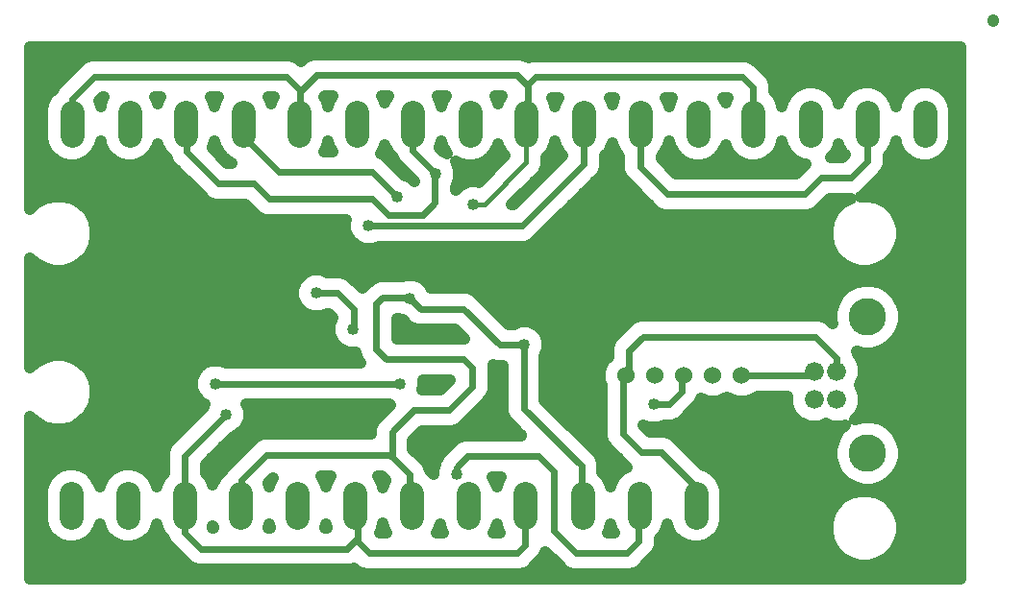
<source format=gbl>
G75*
%MOIN*%
%OFA0B0*%
%FSLAX25Y25*%
%IPPOS*%
%LPD*%
%AMOC8*
5,1,8,0,0,1.08239X$1,22.5*
%
%ADD10C,0.06600*%
%ADD11C,0.13000*%
%ADD12C,0.06000*%
%ADD13C,0.08250*%
%ADD14C,0.04000*%
%ADD15C,0.02400*%
%ADD16C,0.01000*%
%ADD17C,0.01600*%
%ADD18C,0.04000*%
D10*
X0280869Y0071346D03*
X0288669Y0071346D03*
X0288669Y0081189D03*
X0280869Y0081189D03*
D11*
X0299369Y0099968D03*
X0299369Y0052568D03*
D12*
X0255638Y0079654D03*
X0245638Y0079654D03*
X0235638Y0079654D03*
X0225638Y0079654D03*
X0215638Y0079654D03*
D13*
X0220126Y0038621D02*
X0220126Y0030371D01*
X0239811Y0030371D02*
X0239811Y0038621D01*
X0200441Y0038621D02*
X0200441Y0030371D01*
X0180598Y0030371D02*
X0180598Y0038621D01*
X0160913Y0038621D02*
X0160913Y0030371D01*
X0141228Y0030371D02*
X0141228Y0038621D01*
X0121386Y0038621D02*
X0121386Y0030371D01*
X0101701Y0030371D02*
X0101701Y0038621D01*
X0082016Y0038621D02*
X0082016Y0030371D01*
X0062646Y0030371D02*
X0062646Y0038621D01*
X0042961Y0038621D02*
X0042961Y0030371D01*
X0023276Y0030371D02*
X0023276Y0038621D01*
X0023433Y0162930D02*
X0023433Y0171180D01*
X0043433Y0171180D02*
X0043433Y0162930D01*
X0062882Y0162930D02*
X0062882Y0171180D01*
X0082882Y0171180D02*
X0082882Y0162930D01*
X0102331Y0162930D02*
X0102331Y0171180D01*
X0122331Y0171180D02*
X0122331Y0162930D01*
X0141583Y0162930D02*
X0141583Y0171180D01*
X0161583Y0171180D02*
X0161583Y0162930D01*
X0180953Y0162930D02*
X0180953Y0171180D01*
X0200953Y0171180D02*
X0200953Y0162930D01*
X0220520Y0162930D02*
X0220520Y0171180D01*
X0240520Y0171180D02*
X0240520Y0162930D01*
X0259693Y0162930D02*
X0259693Y0171180D01*
X0279693Y0171180D02*
X0279693Y0162930D01*
X0299063Y0162930D02*
X0299063Y0171180D01*
X0319063Y0171180D02*
X0319063Y0162930D01*
D14*
X0180300Y0090300D03*
X0140700Y0106500D03*
X0120900Y0095700D03*
X0108300Y0108300D03*
X0126300Y0131700D03*
X0136200Y0141600D03*
X0149700Y0149700D03*
X0162646Y0139024D03*
X0137100Y0076800D03*
X0156900Y0045300D03*
X0225300Y0069600D03*
X0076800Y0066000D03*
X0073200Y0076800D03*
D15*
X0137100Y0076800D01*
X0132528Y0085283D02*
X0128984Y0088827D01*
X0128984Y0104575D01*
X0131150Y0106740D01*
X0140460Y0106740D01*
X0140700Y0106500D01*
X0144397Y0102803D01*
X0159299Y0102803D01*
X0171802Y0090300D01*
X0180300Y0090300D01*
X0180165Y0090165D01*
X0180165Y0068157D01*
X0200100Y0048223D01*
X0200100Y0034500D01*
X0200437Y0034500D01*
X0200441Y0034496D01*
X0190402Y0025835D02*
X0198276Y0017961D01*
X0215992Y0017961D01*
X0219929Y0021898D01*
X0219929Y0034299D01*
X0220126Y0034496D01*
X0239700Y0034500D02*
X0239704Y0034496D01*
X0239811Y0034496D01*
X0239700Y0034500D02*
X0239700Y0041103D01*
X0227803Y0053000D01*
X0220913Y0053000D01*
X0214417Y0059496D01*
X0214417Y0078433D01*
X0215638Y0079654D01*
X0216583Y0080598D01*
X0216583Y0088236D01*
X0221504Y0093157D01*
X0281346Y0093157D01*
X0288669Y0085835D01*
X0288669Y0081189D01*
X0280869Y0081189D02*
X0279334Y0079654D01*
X0255638Y0079654D01*
X0235638Y0079654D02*
X0234890Y0078906D01*
X0234890Y0074063D01*
X0230427Y0069600D01*
X0225300Y0069600D01*
X0190402Y0046307D02*
X0190402Y0025835D01*
X0180598Y0020559D02*
X0178000Y0017961D01*
X0126425Y0017961D01*
X0122488Y0021898D01*
X0122488Y0023276D01*
X0118748Y0019535D01*
X0068157Y0019535D01*
X0062646Y0025047D01*
X0062646Y0034496D01*
X0062646Y0051846D01*
X0076800Y0066000D01*
X0090992Y0052016D02*
X0133709Y0052016D01*
X0134496Y0051228D01*
X0134496Y0060087D01*
X0141976Y0067567D01*
X0154181Y0067567D01*
X0162252Y0075638D01*
X0162252Y0082331D01*
X0159299Y0085283D01*
X0132528Y0085283D01*
X0121110Y0095910D02*
X0120900Y0095700D01*
X0121110Y0095910D02*
X0121110Y0102803D01*
X0115613Y0108300D01*
X0108300Y0108300D01*
X0126300Y0131700D02*
X0179535Y0131700D01*
X0201031Y0153197D01*
X0201031Y0166976D01*
X0200953Y0167055D01*
X0220520Y0167055D02*
X0220520Y0152016D01*
X0229969Y0142567D01*
X0277606Y0142567D01*
X0283315Y0148276D01*
X0293551Y0148276D01*
X0299260Y0153984D01*
X0299260Y0166858D01*
X0299063Y0167055D01*
X0259693Y0167055D02*
X0259693Y0179575D01*
X0255953Y0183315D01*
X0184299Y0183315D01*
X0181346Y0180362D01*
X0181543Y0180165D01*
X0181543Y0167646D01*
X0180953Y0167055D01*
X0181346Y0180362D02*
X0177803Y0183906D01*
X0108315Y0183906D01*
X0102606Y0178197D01*
X0102606Y0167331D01*
X0102331Y0167055D01*
X0102606Y0178197D02*
X0102606Y0178787D01*
X0097882Y0183512D01*
X0031346Y0183512D01*
X0023433Y0175598D01*
X0023433Y0167055D01*
X0062882Y0167055D02*
X0063137Y0166800D01*
X0063300Y0166800D01*
X0063300Y0157267D01*
X0074260Y0146307D01*
X0086465Y0146307D01*
X0091780Y0140992D01*
X0127606Y0140992D01*
X0133118Y0135480D01*
X0145126Y0135480D01*
X0149260Y0139614D01*
X0149260Y0149260D01*
X0149700Y0149700D01*
X0141583Y0157817D01*
X0141583Y0167055D01*
X0127556Y0150244D02*
X0136200Y0141600D01*
X0127556Y0150244D02*
X0095323Y0150244D01*
X0083100Y0162467D01*
X0083100Y0166837D01*
X0082882Y0167055D01*
X0090992Y0052016D02*
X0082200Y0043224D01*
X0082200Y0034500D01*
X0082196Y0034496D01*
X0082016Y0034496D01*
X0121386Y0034496D02*
X0122488Y0033394D01*
X0122488Y0023276D01*
X0140402Y0035323D02*
X0141228Y0034496D01*
X0140402Y0035323D02*
X0140402Y0045323D01*
X0134496Y0051228D01*
X0156900Y0047845D02*
X0156900Y0045300D01*
X0156900Y0047845D02*
X0160677Y0051622D01*
X0185087Y0051622D01*
X0190402Y0046307D01*
X0180598Y0034496D02*
X0180598Y0020559D01*
D16*
X0215638Y0079654D02*
X0216300Y0079500D01*
D17*
X0166386Y0139024D02*
X0162646Y0139024D01*
X0166386Y0139024D02*
X0180953Y0153591D01*
X0180953Y0167055D01*
D18*
X0009000Y0065385D02*
X0009000Y0009000D01*
X0331646Y0009000D01*
X0331646Y0193850D01*
X0009000Y0193850D01*
X0009000Y0137465D01*
X0010834Y0139299D01*
X0013773Y0140996D01*
X0017051Y0141874D01*
X0020445Y0141874D01*
X0023723Y0140996D01*
X0026663Y0139299D01*
X0029062Y0136899D01*
X0030759Y0133960D01*
X0031638Y0130681D01*
X0031638Y0127287D01*
X0030759Y0124009D01*
X0029062Y0121070D01*
X0026663Y0118670D01*
X0023723Y0116973D01*
X0020445Y0116094D01*
X0017051Y0116094D01*
X0013773Y0116973D01*
X0010834Y0118670D01*
X0009000Y0120503D01*
X0009000Y0082347D01*
X0010834Y0084181D01*
X0013773Y0085877D01*
X0017051Y0086756D01*
X0020445Y0086756D01*
X0023723Y0085877D01*
X0026663Y0084181D01*
X0029062Y0081781D01*
X0030759Y0078841D01*
X0031638Y0075563D01*
X0031638Y0072169D01*
X0030759Y0068891D01*
X0029062Y0065952D01*
X0026663Y0063552D01*
X0023723Y0061855D01*
X0020445Y0060976D01*
X0017051Y0060976D01*
X0013773Y0061855D01*
X0010834Y0063552D01*
X0009000Y0065385D01*
X0009000Y0062978D02*
X0011828Y0062978D01*
X0009000Y0058979D02*
X0059597Y0058979D01*
X0056542Y0055924D02*
X0055446Y0053278D01*
X0055446Y0045740D01*
X0054543Y0044838D01*
X0053210Y0042529D01*
X0052803Y0041009D01*
X0052396Y0042529D01*
X0051063Y0044838D01*
X0049178Y0046723D01*
X0046869Y0048056D01*
X0044294Y0048746D01*
X0041628Y0048746D01*
X0039052Y0048056D01*
X0036744Y0046723D01*
X0034858Y0044838D01*
X0033525Y0042529D01*
X0033118Y0041009D01*
X0032711Y0042529D01*
X0031378Y0044838D01*
X0029493Y0046723D01*
X0027184Y0048056D01*
X0024609Y0048746D01*
X0021943Y0048746D01*
X0019367Y0048056D01*
X0017059Y0046723D01*
X0015173Y0044838D01*
X0013840Y0042529D01*
X0013150Y0039954D01*
X0013150Y0029038D01*
X0013840Y0026463D01*
X0015173Y0024154D01*
X0017059Y0022269D01*
X0019367Y0020936D01*
X0021943Y0020246D01*
X0024609Y0020246D01*
X0027184Y0020936D01*
X0029493Y0022269D01*
X0031378Y0024154D01*
X0032711Y0026463D01*
X0033118Y0027983D01*
X0033525Y0026463D01*
X0034858Y0024154D01*
X0036744Y0022269D01*
X0039052Y0020936D01*
X0041628Y0020246D01*
X0044294Y0020246D01*
X0046869Y0020936D01*
X0049178Y0022269D01*
X0051063Y0024154D01*
X0052396Y0026463D01*
X0052803Y0027983D01*
X0053210Y0026463D01*
X0054543Y0024154D01*
X0055703Y0022995D01*
X0056542Y0020969D01*
X0062054Y0015457D01*
X0064079Y0013432D01*
X0066725Y0012335D01*
X0120180Y0012335D01*
X0121374Y0012830D01*
X0122347Y0011857D01*
X0124993Y0010761D01*
X0179432Y0010761D01*
X0182078Y0011857D01*
X0184104Y0013882D01*
X0186702Y0016481D01*
X0187543Y0018511D01*
X0192172Y0013882D01*
X0194197Y0011857D01*
X0196843Y0010761D01*
X0217424Y0010761D01*
X0220071Y0011857D01*
X0224008Y0015794D01*
X0226033Y0017819D01*
X0227129Y0020465D01*
X0227129Y0023055D01*
X0228228Y0024154D01*
X0229561Y0026463D01*
X0229968Y0027983D01*
X0230376Y0026463D01*
X0231709Y0024154D01*
X0233594Y0022269D01*
X0235903Y0020936D01*
X0238478Y0020246D01*
X0241144Y0020246D01*
X0243719Y0020936D01*
X0246028Y0022269D01*
X0247913Y0024154D01*
X0249246Y0026463D01*
X0249936Y0029038D01*
X0249936Y0039954D01*
X0249246Y0042529D01*
X0247913Y0044838D01*
X0246028Y0046723D01*
X0243719Y0048056D01*
X0242640Y0048346D01*
X0233907Y0057078D01*
X0231882Y0059104D01*
X0229235Y0060200D01*
X0223896Y0060200D01*
X0221638Y0062458D01*
X0223709Y0061600D01*
X0226891Y0061600D01*
X0228823Y0062400D01*
X0231859Y0062400D01*
X0234505Y0063496D01*
X0238968Y0067959D01*
X0240994Y0069985D01*
X0241648Y0071565D01*
X0243848Y0070654D01*
X0247428Y0070654D01*
X0250638Y0071983D01*
X0253848Y0070654D01*
X0257428Y0070654D01*
X0260736Y0072024D01*
X0261166Y0072454D01*
X0271569Y0072454D01*
X0271569Y0069497D01*
X0272985Y0066078D01*
X0275601Y0063462D01*
X0279019Y0062046D01*
X0282719Y0062046D01*
X0284769Y0062896D01*
X0286819Y0062046D01*
X0290519Y0062046D01*
X0291631Y0062507D01*
X0289367Y0060243D01*
X0287721Y0057393D01*
X0286869Y0054213D01*
X0286869Y0050922D01*
X0287721Y0047743D01*
X0289367Y0044893D01*
X0291694Y0042565D01*
X0294544Y0040920D01*
X0297724Y0040068D01*
X0301015Y0040068D01*
X0304194Y0040920D01*
X0307044Y0042565D01*
X0309372Y0044893D01*
X0311017Y0047743D01*
X0311869Y0050922D01*
X0311869Y0054213D01*
X0311017Y0057393D01*
X0309372Y0060243D01*
X0307044Y0062570D01*
X0304194Y0064216D01*
X0301015Y0065068D01*
X0297724Y0065068D01*
X0294744Y0064269D01*
X0296553Y0066078D01*
X0297969Y0069497D01*
X0297969Y0073196D01*
X0296697Y0076268D01*
X0297969Y0079339D01*
X0297969Y0083039D01*
X0296553Y0086457D01*
X0295869Y0087141D01*
X0295869Y0087267D01*
X0295544Y0088052D01*
X0297724Y0087468D01*
X0301015Y0087468D01*
X0304194Y0088320D01*
X0307044Y0089965D01*
X0309372Y0092293D01*
X0311017Y0095143D01*
X0311869Y0098322D01*
X0311869Y0101613D01*
X0311017Y0104793D01*
X0309372Y0107643D01*
X0307044Y0109970D01*
X0304194Y0111616D01*
X0301015Y0112468D01*
X0297724Y0112468D01*
X0294544Y0111616D01*
X0291694Y0109970D01*
X0289367Y0107643D01*
X0287721Y0104793D01*
X0286869Y0101613D01*
X0286869Y0098322D01*
X0287054Y0097632D01*
X0285425Y0099261D01*
X0282779Y0100357D01*
X0220072Y0100357D01*
X0217425Y0099261D01*
X0212504Y0094340D01*
X0210479Y0092315D01*
X0209383Y0089668D01*
X0209383Y0086126D01*
X0208008Y0084752D01*
X0206638Y0081444D01*
X0206638Y0077863D01*
X0207217Y0076464D01*
X0207217Y0058064D01*
X0208313Y0055418D01*
X0210339Y0053392D01*
X0215873Y0047858D01*
X0213909Y0046723D01*
X0212024Y0044838D01*
X0210691Y0042529D01*
X0210283Y0041009D01*
X0209876Y0042529D01*
X0208543Y0044838D01*
X0207300Y0046081D01*
X0207300Y0049655D01*
X0206204Y0052301D01*
X0187365Y0071140D01*
X0187365Y0086452D01*
X0188300Y0088709D01*
X0188300Y0091891D01*
X0187082Y0094832D01*
X0184832Y0097082D01*
X0181891Y0098300D01*
X0178709Y0098300D01*
X0176777Y0097500D01*
X0174785Y0097500D01*
X0163378Y0108907D01*
X0160731Y0110003D01*
X0147908Y0110003D01*
X0147482Y0111032D01*
X0145232Y0113282D01*
X0142291Y0114500D01*
X0139109Y0114500D01*
X0137757Y0113940D01*
X0129717Y0113940D01*
X0127071Y0112844D01*
X0125046Y0110819D01*
X0124161Y0109934D01*
X0119692Y0114404D01*
X0117046Y0115500D01*
X0111823Y0115500D01*
X0109891Y0116300D01*
X0106709Y0116300D01*
X0103768Y0115082D01*
X0101518Y0112832D01*
X0100300Y0109891D01*
X0100300Y0106709D01*
X0101518Y0103768D01*
X0103768Y0101518D01*
X0106709Y0100300D01*
X0109891Y0100300D01*
X0111823Y0101100D01*
X0112631Y0101100D01*
X0113910Y0099821D01*
X0113910Y0099730D01*
X0112900Y0097291D01*
X0112900Y0094109D01*
X0114118Y0091168D01*
X0116368Y0088918D01*
X0119309Y0087700D01*
X0121784Y0087700D01*
X0121784Y0087395D01*
X0122880Y0084748D01*
X0123629Y0084000D01*
X0076723Y0084000D01*
X0074791Y0084800D01*
X0071609Y0084800D01*
X0068668Y0083582D01*
X0066418Y0081332D01*
X0065200Y0078391D01*
X0065200Y0075209D01*
X0066418Y0072268D01*
X0068668Y0070018D01*
X0069639Y0069616D01*
X0069218Y0068600D01*
X0056542Y0055924D01*
X0056151Y0054981D02*
X0009000Y0054981D01*
X0009000Y0050982D02*
X0055446Y0050982D01*
X0055446Y0046984D02*
X0048727Y0046984D01*
X0052133Y0042985D02*
X0053474Y0042985D01*
X0069846Y0045740D02*
X0070748Y0044838D01*
X0072081Y0042529D01*
X0072331Y0041597D01*
X0072581Y0042529D01*
X0073914Y0044838D01*
X0075799Y0046723D01*
X0075875Y0046767D01*
X0076096Y0047302D01*
X0084888Y0056094D01*
X0086914Y0058120D01*
X0089560Y0059216D01*
X0127296Y0059216D01*
X0127296Y0061519D01*
X0128392Y0064165D01*
X0133754Y0069527D01*
X0133577Y0069600D01*
X0083968Y0069600D01*
X0084800Y0067591D01*
X0084800Y0064409D01*
X0083582Y0061468D01*
X0081332Y0059218D01*
X0079400Y0058418D01*
X0069846Y0048863D01*
X0069846Y0045740D01*
X0069846Y0046984D02*
X0075964Y0046984D01*
X0072844Y0042985D02*
X0071818Y0042985D01*
X0071964Y0050982D02*
X0079776Y0050982D01*
X0075963Y0054981D02*
X0083775Y0054981D01*
X0080755Y0058979D02*
X0088989Y0058979D01*
X0084207Y0062978D02*
X0127900Y0062978D01*
X0131203Y0066976D02*
X0084800Y0066976D01*
X0067594Y0066976D02*
X0029654Y0066976D01*
X0031318Y0070975D02*
X0067712Y0070975D01*
X0065298Y0074973D02*
X0031638Y0074973D01*
X0030684Y0078972D02*
X0065440Y0078972D01*
X0068057Y0082970D02*
X0027873Y0082970D01*
X0009623Y0082970D02*
X0009000Y0082970D01*
X0009000Y0086969D02*
X0121961Y0086969D01*
X0114319Y0090967D02*
X0009000Y0090967D01*
X0009000Y0094966D02*
X0112900Y0094966D01*
X0113593Y0098964D02*
X0009000Y0098964D01*
X0009000Y0102963D02*
X0102323Y0102963D01*
X0100300Y0106961D02*
X0009000Y0106961D01*
X0009000Y0110960D02*
X0100743Y0110960D01*
X0103645Y0114958D02*
X0009000Y0114958D01*
X0009000Y0118957D02*
X0010547Y0118957D01*
X0026949Y0118957D02*
X0290074Y0118957D01*
X0290361Y0118670D02*
X0293300Y0116973D01*
X0296579Y0116094D01*
X0299973Y0116094D01*
X0303251Y0116973D01*
X0306190Y0118670D01*
X0308590Y0121070D01*
X0310287Y0124009D01*
X0311165Y0127287D01*
X0311165Y0130681D01*
X0310287Y0133960D01*
X0308590Y0136899D01*
X0306190Y0139299D01*
X0303251Y0140996D01*
X0299973Y0141874D01*
X0296911Y0141874D01*
X0297630Y0142172D01*
X0299655Y0144197D01*
X0299655Y0144197D01*
X0303338Y0147880D01*
X0305364Y0149906D01*
X0306460Y0152552D01*
X0306460Y0156008D01*
X0307165Y0156713D01*
X0308498Y0159022D01*
X0309063Y0161130D01*
X0309628Y0159022D01*
X0310961Y0156713D01*
X0312846Y0154828D01*
X0315155Y0153495D01*
X0317730Y0152805D01*
X0320396Y0152805D01*
X0322971Y0153495D01*
X0325280Y0154828D01*
X0327165Y0156713D01*
X0328498Y0159022D01*
X0329188Y0161597D01*
X0329188Y0172513D01*
X0328498Y0175088D01*
X0327165Y0177397D01*
X0325280Y0179282D01*
X0322971Y0180615D01*
X0320396Y0181305D01*
X0317730Y0181305D01*
X0315155Y0180615D01*
X0312846Y0179282D01*
X0310961Y0177397D01*
X0309628Y0175088D01*
X0309063Y0172981D01*
X0308498Y0175088D01*
X0307165Y0177397D01*
X0305280Y0179282D01*
X0302971Y0180615D01*
X0300396Y0181305D01*
X0297730Y0181305D01*
X0295155Y0180615D01*
X0292846Y0179282D01*
X0290961Y0177397D01*
X0289628Y0175088D01*
X0289378Y0174156D01*
X0289128Y0175088D01*
X0287795Y0177397D01*
X0285910Y0179282D01*
X0283601Y0180615D01*
X0281026Y0181305D01*
X0278360Y0181305D01*
X0275785Y0180615D01*
X0273476Y0179282D01*
X0271591Y0177397D01*
X0270258Y0175088D01*
X0269693Y0172981D01*
X0269128Y0175088D01*
X0267795Y0177397D01*
X0266893Y0178300D01*
X0266893Y0181007D01*
X0265797Y0183653D01*
X0262057Y0187393D01*
X0260031Y0189419D01*
X0257385Y0190515D01*
X0182867Y0190515D01*
X0181764Y0190058D01*
X0179235Y0191105D01*
X0106883Y0191105D01*
X0104236Y0190009D01*
X0102902Y0188674D01*
X0101960Y0189616D01*
X0099314Y0190712D01*
X0029914Y0190712D01*
X0027268Y0189616D01*
X0025243Y0187590D01*
X0017329Y0179677D01*
X0017130Y0179197D01*
X0015331Y0177397D01*
X0013998Y0175088D01*
X0013308Y0172513D01*
X0013308Y0161597D01*
X0013998Y0159022D01*
X0015331Y0156713D01*
X0017216Y0154828D01*
X0019525Y0153495D01*
X0022100Y0152805D01*
X0024766Y0152805D01*
X0027341Y0153495D01*
X0029650Y0154828D01*
X0031535Y0156713D01*
X0032868Y0159022D01*
X0033433Y0161130D01*
X0033998Y0159022D01*
X0035331Y0156713D01*
X0037216Y0154828D01*
X0039525Y0153495D01*
X0042100Y0152805D01*
X0044766Y0152805D01*
X0047341Y0153495D01*
X0049650Y0154828D01*
X0051535Y0156713D01*
X0052868Y0159022D01*
X0053157Y0160101D01*
X0053447Y0159022D01*
X0054780Y0156713D01*
X0056413Y0155080D01*
X0057196Y0153188D01*
X0068156Y0142229D01*
X0070181Y0140203D01*
X0072828Y0139107D01*
X0083482Y0139107D01*
X0085676Y0136914D01*
X0087701Y0134888D01*
X0090347Y0133792D01*
X0118507Y0133792D01*
X0118300Y0133291D01*
X0118300Y0130109D01*
X0119518Y0127168D01*
X0121768Y0124918D01*
X0124709Y0123700D01*
X0127891Y0123700D01*
X0129823Y0124500D01*
X0180967Y0124500D01*
X0183613Y0125596D01*
X0205110Y0147093D01*
X0207135Y0149118D01*
X0208231Y0151765D01*
X0208231Y0155889D01*
X0209055Y0156713D01*
X0210388Y0159022D01*
X0210736Y0160322D01*
X0211084Y0159022D01*
X0212418Y0156713D01*
X0213320Y0155811D01*
X0213320Y0150584D01*
X0214416Y0147937D01*
X0223865Y0138488D01*
X0225890Y0136463D01*
X0228536Y0135367D01*
X0279038Y0135367D01*
X0281685Y0136463D01*
X0286297Y0141076D01*
X0293599Y0141076D01*
X0293300Y0140996D01*
X0290361Y0139299D01*
X0287961Y0136899D01*
X0286264Y0133960D01*
X0285386Y0130681D01*
X0285386Y0127287D01*
X0286264Y0124009D01*
X0287961Y0121070D01*
X0290361Y0118670D01*
X0286873Y0122955D02*
X0030151Y0122955D01*
X0031548Y0126954D02*
X0119732Y0126954D01*
X0118300Y0130952D02*
X0031565Y0130952D01*
X0030187Y0134951D02*
X0087638Y0134951D01*
X0083640Y0138949D02*
X0027012Y0138949D01*
X0010484Y0138949D02*
X0009000Y0138949D01*
X0009000Y0142948D02*
X0067437Y0142948D01*
X0063438Y0146946D02*
X0009000Y0146946D01*
X0009000Y0150945D02*
X0059440Y0150945D01*
X0056469Y0154943D02*
X0049766Y0154943D01*
X0052822Y0158942D02*
X0053493Y0158942D01*
X0037100Y0154943D02*
X0029766Y0154943D01*
X0032822Y0158942D02*
X0034044Y0158942D01*
X0017100Y0154943D02*
X0009000Y0154943D01*
X0009000Y0158942D02*
X0014044Y0158942D01*
X0013308Y0162940D02*
X0009000Y0162940D01*
X0009000Y0166939D02*
X0013308Y0166939D01*
X0013308Y0170937D02*
X0009000Y0170937D01*
X0009000Y0174936D02*
X0013957Y0174936D01*
X0016868Y0178934D02*
X0009000Y0178934D01*
X0009000Y0182933D02*
X0020585Y0182933D01*
X0024584Y0186932D02*
X0009000Y0186932D01*
X0009000Y0190930D02*
X0106459Y0190930D01*
X0111297Y0176706D02*
X0113829Y0176706D01*
X0112896Y0175088D01*
X0112331Y0172981D01*
X0111766Y0175088D01*
X0111002Y0176411D01*
X0111297Y0176706D01*
X0111807Y0174936D02*
X0112855Y0174936D01*
X0130832Y0176706D02*
X0133081Y0176706D01*
X0132147Y0175088D01*
X0131957Y0174376D01*
X0131766Y0175088D01*
X0130832Y0176706D01*
X0131807Y0174936D02*
X0132107Y0174936D01*
X0150084Y0176706D02*
X0151018Y0175088D01*
X0151583Y0172981D01*
X0152147Y0175088D01*
X0153081Y0176706D01*
X0150084Y0176706D01*
X0151059Y0174936D02*
X0152107Y0174936D01*
X0151583Y0161130D02*
X0152147Y0159022D01*
X0153420Y0156818D01*
X0152300Y0157282D01*
X0150850Y0158732D01*
X0151018Y0159022D01*
X0151583Y0161130D01*
X0150972Y0158942D02*
X0152194Y0158942D01*
X0156508Y0154168D02*
X0157674Y0153495D01*
X0160250Y0152805D01*
X0162916Y0152805D01*
X0165491Y0153495D01*
X0167800Y0154828D01*
X0169685Y0156713D01*
X0171018Y0159022D01*
X0171268Y0159954D01*
X0171518Y0159022D01*
X0172851Y0156713D01*
X0173655Y0155909D01*
X0164613Y0146868D01*
X0164237Y0147024D01*
X0161054Y0147024D01*
X0158114Y0145806D01*
X0156460Y0144151D01*
X0156460Y0145146D01*
X0156482Y0145168D01*
X0157700Y0148109D01*
X0157700Y0151291D01*
X0156508Y0154168D01*
X0157700Y0150945D02*
X0168690Y0150945D01*
X0167915Y0154943D02*
X0172689Y0154943D01*
X0171564Y0158942D02*
X0170972Y0158942D01*
X0187753Y0155411D02*
X0187753Y0152238D01*
X0186718Y0149739D01*
X0184805Y0147826D01*
X0175879Y0138900D01*
X0176552Y0138900D01*
X0193608Y0155956D01*
X0192851Y0156713D01*
X0191518Y0159022D01*
X0190953Y0161130D01*
X0190388Y0159022D01*
X0189055Y0156713D01*
X0187753Y0155411D01*
X0187753Y0154943D02*
X0192596Y0154943D01*
X0191564Y0158942D02*
X0190342Y0158942D01*
X0188597Y0150945D02*
X0187217Y0150945D01*
X0184599Y0146946D02*
X0183925Y0146946D01*
X0180600Y0142948D02*
X0179927Y0142948D01*
X0176602Y0138949D02*
X0175928Y0138949D01*
X0164692Y0146946D02*
X0164423Y0146946D01*
X0160868Y0146946D02*
X0157219Y0146946D01*
X0142060Y0147054D02*
X0140732Y0148382D01*
X0138800Y0149182D01*
X0131634Y0156348D01*
X0130495Y0156820D01*
X0131766Y0159022D01*
X0131957Y0159734D01*
X0132147Y0159022D01*
X0133480Y0156713D01*
X0134789Y0155405D01*
X0135479Y0153739D01*
X0142060Y0147158D01*
X0142060Y0147054D01*
X0138273Y0150945D02*
X0137037Y0150945D01*
X0134980Y0154943D02*
X0133039Y0154943D01*
X0132194Y0158942D02*
X0131720Y0158942D01*
X0113806Y0157444D02*
X0110855Y0157444D01*
X0111766Y0159022D01*
X0112331Y0161130D01*
X0112896Y0159022D01*
X0113806Y0157444D01*
X0112942Y0158942D02*
X0111720Y0158942D01*
X0092606Y0174009D02*
X0092317Y0175088D01*
X0091611Y0176312D01*
X0093602Y0176312D01*
X0092896Y0175088D01*
X0092606Y0174009D01*
X0092358Y0174936D02*
X0092855Y0174936D01*
X0074153Y0176312D02*
X0073447Y0175088D01*
X0072882Y0172981D01*
X0072317Y0175088D01*
X0071611Y0176312D01*
X0074153Y0176312D01*
X0073406Y0174936D02*
X0072358Y0174936D01*
X0054153Y0176312D02*
X0053447Y0175088D01*
X0053157Y0174009D01*
X0052868Y0175088D01*
X0052162Y0176312D01*
X0054153Y0176312D01*
X0053406Y0174936D02*
X0052909Y0174936D01*
X0034704Y0176312D02*
X0033998Y0175088D01*
X0033433Y0172981D01*
X0032918Y0174901D01*
X0034329Y0176312D01*
X0034704Y0176312D01*
X0033957Y0174936D02*
X0032953Y0174936D01*
X0072882Y0161130D02*
X0072317Y0159022D01*
X0072101Y0158648D01*
X0077242Y0153507D01*
X0078952Y0153507D01*
X0076665Y0154828D01*
X0074780Y0156713D01*
X0073447Y0159022D01*
X0072882Y0161130D01*
X0072271Y0158942D02*
X0073493Y0158942D01*
X0075806Y0154943D02*
X0076549Y0154943D01*
X0118353Y0114958D02*
X0331646Y0114958D01*
X0331646Y0110960D02*
X0305330Y0110960D01*
X0309765Y0106961D02*
X0331646Y0106961D01*
X0331646Y0102963D02*
X0311508Y0102963D01*
X0311869Y0098964D02*
X0331646Y0098964D01*
X0331646Y0094966D02*
X0310915Y0094966D01*
X0308046Y0090967D02*
X0331646Y0090967D01*
X0331646Y0086969D02*
X0296042Y0086969D01*
X0297969Y0082970D02*
X0331646Y0082970D01*
X0331646Y0078972D02*
X0297817Y0078972D01*
X0297233Y0074973D02*
X0331646Y0074973D01*
X0331646Y0070975D02*
X0297969Y0070975D01*
X0296925Y0066976D02*
X0331646Y0066976D01*
X0331646Y0062978D02*
X0306339Y0062978D01*
X0310101Y0058979D02*
X0331646Y0058979D01*
X0331646Y0054981D02*
X0311664Y0054981D01*
X0311869Y0050982D02*
X0331646Y0050982D01*
X0331646Y0046984D02*
X0310579Y0046984D01*
X0307464Y0042985D02*
X0331646Y0042985D01*
X0331646Y0038987D02*
X0301933Y0038987D01*
X0303251Y0038633D02*
X0299973Y0039512D01*
X0296579Y0039512D01*
X0293300Y0038633D01*
X0290361Y0036936D01*
X0287961Y0034537D01*
X0286264Y0031597D01*
X0285386Y0028319D01*
X0285386Y0024925D01*
X0286264Y0021647D01*
X0287961Y0018708D01*
X0290361Y0016308D01*
X0293300Y0014611D01*
X0296579Y0013732D01*
X0299973Y0013732D01*
X0303251Y0014611D01*
X0306190Y0016308D01*
X0308590Y0018708D01*
X0310287Y0021647D01*
X0311165Y0024925D01*
X0311165Y0028319D01*
X0310287Y0031597D01*
X0308590Y0034537D01*
X0306190Y0036936D01*
X0303251Y0038633D01*
X0308138Y0034988D02*
X0331646Y0034988D01*
X0331646Y0030990D02*
X0310450Y0030990D01*
X0311165Y0026991D02*
X0331646Y0026991D01*
X0331646Y0022993D02*
X0310648Y0022993D01*
X0308755Y0018994D02*
X0331646Y0018994D01*
X0331646Y0014996D02*
X0303917Y0014996D01*
X0292634Y0014996D02*
X0223209Y0014996D01*
X0226520Y0018994D02*
X0287796Y0018994D01*
X0285904Y0022993D02*
X0246752Y0022993D01*
X0249388Y0026991D02*
X0285386Y0026991D01*
X0286101Y0030990D02*
X0249936Y0030990D01*
X0249936Y0034988D02*
X0288413Y0034988D01*
X0294619Y0038987D02*
X0249936Y0038987D01*
X0248983Y0042985D02*
X0291274Y0042985D01*
X0288159Y0046984D02*
X0245577Y0046984D01*
X0240003Y0050982D02*
X0286869Y0050982D01*
X0287075Y0054981D02*
X0236005Y0054981D01*
X0232006Y0058979D02*
X0288637Y0058979D01*
X0276771Y0062978D02*
X0233254Y0062978D01*
X0237985Y0066976D02*
X0272613Y0066976D01*
X0271569Y0070975D02*
X0258203Y0070975D01*
X0253072Y0070975D02*
X0248203Y0070975D01*
X0243072Y0070975D02*
X0241404Y0070975D01*
X0209383Y0086969D02*
X0187579Y0086969D01*
X0187365Y0082970D02*
X0207270Y0082970D01*
X0206638Y0078972D02*
X0187365Y0078972D01*
X0187365Y0074973D02*
X0207217Y0074973D01*
X0207217Y0070975D02*
X0187530Y0070975D01*
X0191529Y0066976D02*
X0207217Y0066976D01*
X0207217Y0062978D02*
X0195527Y0062978D01*
X0199526Y0058979D02*
X0207217Y0058979D01*
X0208750Y0054981D02*
X0203525Y0054981D01*
X0206750Y0050982D02*
X0212749Y0050982D01*
X0214360Y0046984D02*
X0207300Y0046984D01*
X0209613Y0042985D02*
X0210954Y0042985D01*
X0210283Y0027983D02*
X0210691Y0026463D01*
X0211443Y0025161D01*
X0209124Y0025161D01*
X0209876Y0026463D01*
X0210283Y0027983D01*
X0210018Y0026991D02*
X0210549Y0026991D01*
X0227129Y0022993D02*
X0232870Y0022993D01*
X0230234Y0026991D02*
X0229703Y0026991D01*
X0217995Y0010997D02*
X0331646Y0010997D01*
X0196273Y0010997D02*
X0180003Y0010997D01*
X0185217Y0014996D02*
X0191058Y0014996D01*
X0171915Y0025161D02*
X0169597Y0025161D01*
X0170349Y0026463D01*
X0170756Y0027983D01*
X0171163Y0026463D01*
X0171915Y0025161D01*
X0171022Y0026991D02*
X0170490Y0026991D01*
X0170756Y0041009D02*
X0170349Y0042529D01*
X0169256Y0044422D01*
X0172256Y0044422D01*
X0171163Y0042529D01*
X0170756Y0041009D01*
X0170085Y0042985D02*
X0171426Y0042985D01*
X0154573Y0055701D02*
X0150796Y0051923D01*
X0149700Y0049277D01*
X0149700Y0048823D01*
X0148900Y0046891D01*
X0148900Y0045269D01*
X0147602Y0046567D01*
X0147602Y0046755D01*
X0146505Y0049401D01*
X0144480Y0051427D01*
X0141696Y0054211D01*
X0141696Y0057104D01*
X0144959Y0060367D01*
X0155613Y0060367D01*
X0158260Y0061463D01*
X0166330Y0069534D01*
X0168356Y0071559D01*
X0169452Y0074206D01*
X0169452Y0083480D01*
X0170370Y0083100D01*
X0172965Y0083100D01*
X0172965Y0066725D01*
X0174061Y0064079D01*
X0176087Y0062054D01*
X0179318Y0058822D01*
X0159245Y0058822D01*
X0156599Y0057726D01*
X0154573Y0055701D01*
X0153853Y0054981D02*
X0141696Y0054981D01*
X0143571Y0058979D02*
X0179161Y0058979D01*
X0175163Y0062978D02*
X0159774Y0062978D01*
X0163773Y0066976D02*
X0172965Y0066976D01*
X0172965Y0070975D02*
X0167771Y0070975D01*
X0169452Y0074973D02*
X0172965Y0074973D01*
X0172965Y0078972D02*
X0169452Y0078972D01*
X0169452Y0082970D02*
X0172965Y0082970D01*
X0159437Y0092483D02*
X0156317Y0095603D01*
X0142965Y0095603D01*
X0140318Y0096699D01*
X0138100Y0098918D01*
X0136598Y0099540D01*
X0136184Y0099540D01*
X0136184Y0092483D01*
X0159437Y0092483D01*
X0156954Y0094966D02*
X0136184Y0094966D01*
X0136184Y0098964D02*
X0137988Y0098964D01*
X0147512Y0110960D02*
X0293408Y0110960D01*
X0288973Y0106961D02*
X0165323Y0106961D01*
X0169322Y0102963D02*
X0287231Y0102963D01*
X0286869Y0098964D02*
X0285722Y0098964D01*
X0306477Y0118957D02*
X0331646Y0118957D01*
X0331646Y0122955D02*
X0309679Y0122955D01*
X0311076Y0126954D02*
X0331646Y0126954D01*
X0331646Y0130952D02*
X0311093Y0130952D01*
X0309715Y0134951D02*
X0331646Y0134951D01*
X0331646Y0138949D02*
X0306539Y0138949D01*
X0298406Y0142948D02*
X0331646Y0142948D01*
X0331646Y0146946D02*
X0302404Y0146946D01*
X0303338Y0147880D02*
X0303338Y0147880D01*
X0305794Y0150945D02*
X0331646Y0150945D01*
X0331646Y0154943D02*
X0325396Y0154943D01*
X0328452Y0158942D02*
X0331646Y0158942D01*
X0331646Y0162940D02*
X0329188Y0162940D01*
X0329188Y0166939D02*
X0331646Y0166939D01*
X0331646Y0170937D02*
X0329188Y0170937D01*
X0328539Y0174936D02*
X0331646Y0174936D01*
X0331646Y0178934D02*
X0325628Y0178934D01*
X0331646Y0182933D02*
X0266095Y0182933D01*
X0266893Y0178934D02*
X0273128Y0178934D01*
X0270217Y0174936D02*
X0269169Y0174936D01*
X0286258Y0178934D02*
X0292498Y0178934D01*
X0289587Y0174936D02*
X0289169Y0174936D01*
X0305628Y0178934D02*
X0312498Y0178934D01*
X0309587Y0174936D02*
X0308539Y0174936D01*
X0331646Y0186932D02*
X0262519Y0186932D01*
X0250850Y0176115D02*
X0250258Y0175088D01*
X0250106Y0174523D01*
X0249955Y0175088D01*
X0249362Y0176115D01*
X0250850Y0176115D01*
X0250217Y0174936D02*
X0249996Y0174936D01*
X0231677Y0176115D02*
X0231084Y0175088D01*
X0230520Y0172981D01*
X0229955Y0175088D01*
X0229362Y0176115D01*
X0231677Y0176115D01*
X0231044Y0174936D02*
X0229996Y0174936D01*
X0211677Y0176115D02*
X0211084Y0175088D01*
X0210736Y0173789D01*
X0210388Y0175088D01*
X0209795Y0176115D01*
X0211677Y0176115D01*
X0211044Y0174936D02*
X0210429Y0174936D01*
X0192110Y0176115D02*
X0191518Y0175088D01*
X0190953Y0172981D01*
X0190388Y0175088D01*
X0189795Y0176115D01*
X0192110Y0176115D01*
X0191477Y0174936D02*
X0190429Y0174936D01*
X0172451Y0176706D02*
X0171518Y0175088D01*
X0171268Y0174156D01*
X0171018Y0175088D01*
X0170084Y0176706D01*
X0172451Y0176706D01*
X0171477Y0174936D02*
X0171059Y0174936D01*
X0179659Y0190930D02*
X0331646Y0190930D01*
X0343000Y0202603D02*
X0342835Y0203000D01*
X0343000Y0203000D01*
X0343000Y0202603D01*
X0343000Y0202926D02*
X0342866Y0202926D01*
X0309674Y0158942D02*
X0308452Y0158942D01*
X0306460Y0154943D02*
X0312730Y0154943D01*
X0291383Y0156290D02*
X0290569Y0155476D01*
X0286558Y0155476D01*
X0287795Y0156713D01*
X0289128Y0159022D01*
X0289378Y0159954D01*
X0289628Y0159022D01*
X0290961Y0156713D01*
X0291383Y0156290D01*
X0289674Y0158942D02*
X0289082Y0158942D01*
X0277809Y0152952D02*
X0277211Y0152354D01*
X0274624Y0149767D01*
X0232951Y0149767D01*
X0227720Y0154998D01*
X0227720Y0155811D01*
X0228622Y0156713D01*
X0229955Y0159022D01*
X0230520Y0161130D01*
X0231084Y0159022D01*
X0232418Y0156713D01*
X0234303Y0154828D01*
X0236612Y0153495D01*
X0239187Y0152805D01*
X0241853Y0152805D01*
X0244428Y0153495D01*
X0246737Y0154828D01*
X0248622Y0156713D01*
X0249955Y0159022D01*
X0250106Y0159587D01*
X0250258Y0159022D01*
X0251591Y0156713D01*
X0253476Y0154828D01*
X0255785Y0153495D01*
X0258360Y0152805D01*
X0261026Y0152805D01*
X0263601Y0153495D01*
X0265910Y0154828D01*
X0267795Y0156713D01*
X0269128Y0159022D01*
X0269693Y0161130D01*
X0270258Y0159022D01*
X0271591Y0156713D01*
X0273476Y0154828D01*
X0275785Y0153495D01*
X0277809Y0152952D01*
X0275802Y0150945D02*
X0231773Y0150945D01*
X0234187Y0154943D02*
X0227774Y0154943D01*
X0229909Y0158942D02*
X0231131Y0158942D01*
X0246852Y0154943D02*
X0253360Y0154943D01*
X0250304Y0158942D02*
X0249909Y0158942D01*
X0266026Y0154943D02*
X0273360Y0154943D01*
X0270304Y0158942D02*
X0269082Y0158942D01*
X0284171Y0138949D02*
X0290012Y0138949D01*
X0286837Y0134951D02*
X0192968Y0134951D01*
X0196966Y0138949D02*
X0223404Y0138949D01*
X0219405Y0142948D02*
X0200965Y0142948D01*
X0204963Y0146946D02*
X0215407Y0146946D01*
X0213320Y0150945D02*
X0207892Y0150945D01*
X0208231Y0154943D02*
X0213320Y0154943D01*
X0211131Y0158942D02*
X0210342Y0158942D01*
X0188969Y0130952D02*
X0285458Y0130952D01*
X0285475Y0126954D02*
X0184971Y0126954D01*
X0173320Y0098964D02*
X0217128Y0098964D01*
X0213130Y0094966D02*
X0186948Y0094966D01*
X0188300Y0090967D02*
X0209921Y0090967D01*
X0154515Y0078083D02*
X0145100Y0078083D01*
X0145100Y0075209D01*
X0144917Y0074767D01*
X0151199Y0074767D01*
X0154515Y0078083D01*
X0151405Y0074973D02*
X0145002Y0074973D01*
X0144925Y0050982D02*
X0150406Y0050982D01*
X0148938Y0046984D02*
X0147507Y0046984D01*
X0132240Y0043303D02*
X0131793Y0042529D01*
X0131307Y0040715D01*
X0130821Y0042529D01*
X0129501Y0044816D01*
X0130726Y0044816D01*
X0132240Y0043303D01*
X0132056Y0042985D02*
X0130558Y0042985D01*
X0113271Y0044816D02*
X0111951Y0042529D01*
X0111543Y0041009D01*
X0111136Y0042529D01*
X0109816Y0044816D01*
X0113271Y0044816D01*
X0112214Y0042985D02*
X0110873Y0042985D01*
X0093054Y0043896D02*
X0092266Y0042529D01*
X0091858Y0041009D01*
X0091501Y0042342D01*
X0093054Y0043896D01*
X0092529Y0042985D02*
X0092144Y0042985D01*
X0091858Y0027983D02*
X0091524Y0026735D01*
X0092193Y0026735D01*
X0091858Y0027983D01*
X0091592Y0026991D02*
X0092124Y0026991D01*
X0111209Y0026735D02*
X0111543Y0027983D01*
X0111878Y0026735D01*
X0111209Y0026735D01*
X0111278Y0026991D02*
X0111809Y0026991D01*
X0130069Y0025161D02*
X0130821Y0026463D01*
X0131307Y0028277D01*
X0131793Y0026463D01*
X0132545Y0025161D01*
X0130069Y0025161D01*
X0130963Y0026991D02*
X0131652Y0026991D01*
X0149912Y0025161D02*
X0150664Y0026463D01*
X0151071Y0027983D01*
X0151478Y0026463D01*
X0152230Y0025161D01*
X0149912Y0025161D01*
X0150805Y0026991D02*
X0151337Y0026991D01*
X0124422Y0010997D02*
X0009000Y0010997D01*
X0009000Y0014996D02*
X0062515Y0014996D01*
X0062054Y0015457D02*
X0062054Y0015457D01*
X0058517Y0018994D02*
X0009000Y0018994D01*
X0009000Y0022993D02*
X0016335Y0022993D01*
X0013699Y0026991D02*
X0009000Y0026991D01*
X0009000Y0030990D02*
X0013150Y0030990D01*
X0013150Y0034988D02*
X0009000Y0034988D01*
X0009000Y0038987D02*
X0013150Y0038987D01*
X0014103Y0042985D02*
X0009000Y0042985D01*
X0009000Y0046984D02*
X0017509Y0046984D01*
X0029042Y0046984D02*
X0037194Y0046984D01*
X0033789Y0042985D02*
X0032448Y0042985D01*
X0032852Y0026991D02*
X0033384Y0026991D01*
X0036020Y0022993D02*
X0030216Y0022993D01*
X0049902Y0022993D02*
X0055704Y0022993D01*
X0053069Y0026991D02*
X0052537Y0026991D01*
X0072154Y0026735D02*
X0072331Y0027395D01*
X0072507Y0026735D01*
X0072154Y0026735D01*
X0072222Y0026991D02*
X0072439Y0026991D01*
X0063595Y0062978D02*
X0025668Y0062978D01*
X0123136Y0110960D02*
X0125187Y0110960D01*
M02*

</source>
